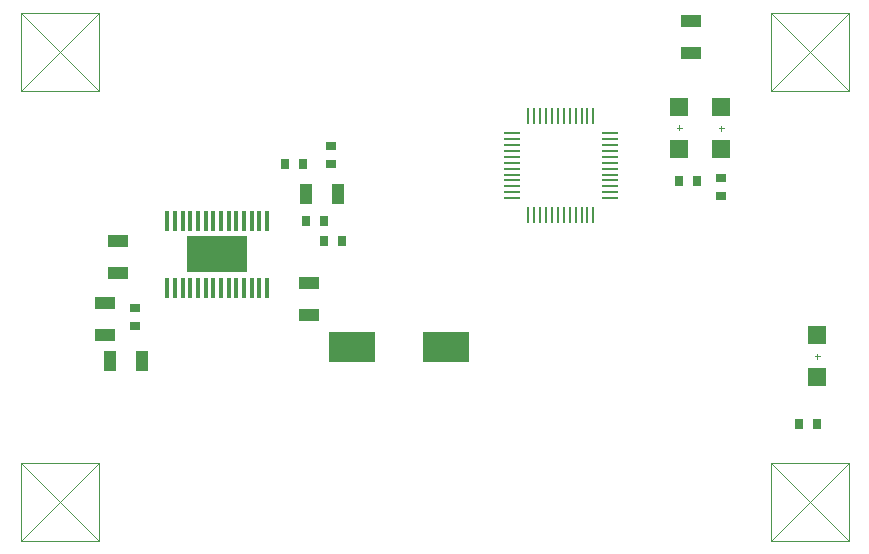
<source format=gtp>
G04*
G04 #@! TF.GenerationSoftware,Altium Limited,Altium Designer,19.1.5 (86)*
G04*
G04 Layer_Color=8421504*
%FSLAX25Y25*%
%MOIN*%
G70*
G01*
G75*
%ADD18C,0.00394*%
%ADD19C,0.00098*%
%ADD20R,0.06693X0.04331*%
%ADD21R,0.02756X0.03543*%
%ADD22R,0.05906X0.05906*%
%ADD23R,0.03543X0.02756*%
%ADD24R,0.20394X0.12205*%
%ADD25R,0.01400X0.06600*%
%ADD26R,0.04331X0.06693*%
%ADD27R,0.01102X0.05787*%
%ADD28R,0.05787X0.01102*%
%ADD29R,0.15748X0.09843*%
G36*
X167622Y207006D02*
Y201691D01*
X171933D01*
Y207006D01*
X167622D01*
D02*
G37*
G36*
X172720D02*
Y201691D01*
X177031D01*
Y207006D01*
X172720D01*
D02*
G37*
G36*
X167622Y213109D02*
Y207794D01*
X171933D01*
Y213109D01*
X167622D01*
D02*
G37*
G36*
X172720D02*
Y207794D01*
X177031D01*
Y213109D01*
X172720D01*
D02*
G37*
G36*
X177819Y207006D02*
Y201691D01*
X182130D01*
Y207006D01*
X177819D01*
D02*
G37*
G36*
X182917D02*
Y201691D01*
X187228D01*
Y207006D01*
X182917D01*
D02*
G37*
G36*
X177819Y213109D02*
Y207794D01*
X182130D01*
Y213109D01*
X177819D01*
D02*
G37*
G36*
X182917D02*
Y207794D01*
X187228D01*
Y213109D01*
X182917D01*
D02*
G37*
D18*
X344713Y249500D02*
X346287D01*
X345500Y248713D02*
Y250287D01*
X330713Y249610D02*
X332287D01*
X331500Y248823D02*
Y250398D01*
X376713Y173500D02*
X378287D01*
X377500Y172713D02*
Y174287D01*
D19*
X125000Y275000D02*
X137992Y262008D01*
X112008D02*
X125000Y275000D01*
Y275000D02*
X137992Y287992D01*
X112008Y262008D02*
X137992D01*
X137992Y262008D02*
Y287992D01*
X112008Y287992D02*
X137992D01*
X112008Y262008D02*
Y287992D01*
Y287992D02*
X125000Y275000D01*
X375000Y275000D02*
X387992Y262008D01*
X362008D02*
X375000Y275000D01*
Y275000D02*
X387992Y287992D01*
X362008Y262008D02*
X387992D01*
X387992Y262008D02*
Y287992D01*
X362008Y287992D02*
X387992D01*
X362008Y262008D02*
Y287992D01*
Y287992D02*
X375000Y275000D01*
X375000Y125000D02*
X387992Y112008D01*
X362008D02*
X375000Y125000D01*
Y125000D02*
X387992Y137992D01*
X362008Y112008D02*
X387992D01*
X387992Y112008D02*
Y137992D01*
X362008Y137992D02*
X387992D01*
X362008Y112008D02*
Y137992D01*
Y137992D02*
X375000Y125000D01*
X125000Y125000D02*
X137992Y112008D01*
X112008D02*
X125000Y125000D01*
Y125000D02*
X137992Y137992D01*
X112008Y112008D02*
X137992D01*
X137992Y112008D02*
Y137992D01*
X112008Y137992D02*
X137992D01*
X112008Y112008D02*
Y137992D01*
Y137992D02*
X125000Y125000D01*
D20*
X335500Y274685D02*
D03*
Y285315D02*
D03*
X208000Y197815D02*
D03*
Y187185D02*
D03*
X144500Y201185D02*
D03*
Y211815D02*
D03*
X140000Y191315D02*
D03*
Y180685D02*
D03*
D21*
X371547Y151000D02*
D03*
X377453D02*
D03*
X337405Y232000D02*
D03*
X331500D02*
D03*
X205953Y237500D02*
D03*
X200047D02*
D03*
X213047Y212000D02*
D03*
X218953D02*
D03*
X207047Y218500D02*
D03*
X212953D02*
D03*
D22*
X345500Y256390D02*
D03*
Y242610D02*
D03*
X331500Y256500D02*
D03*
Y242721D02*
D03*
X377500Y180390D02*
D03*
Y166610D02*
D03*
D23*
X345500Y227047D02*
D03*
Y232953D02*
D03*
X215500Y237547D02*
D03*
Y243453D02*
D03*
X150000Y183547D02*
D03*
Y189453D02*
D03*
D24*
X177425Y207400D02*
D03*
D25*
X160791Y218500D02*
D03*
X163350D02*
D03*
X165909D02*
D03*
X168468D02*
D03*
X171027D02*
D03*
X173586D02*
D03*
X176145D02*
D03*
X178705D02*
D03*
X181264D02*
D03*
X183823D02*
D03*
X186382D02*
D03*
X188941D02*
D03*
X191500D02*
D03*
X194059D02*
D03*
Y196300D02*
D03*
X191500D02*
D03*
X188941D02*
D03*
X186382D02*
D03*
X183823D02*
D03*
X181264D02*
D03*
X178705D02*
D03*
X176145D02*
D03*
X173586D02*
D03*
X171027D02*
D03*
X168468D02*
D03*
X165909D02*
D03*
X163350D02*
D03*
X160791D02*
D03*
D26*
X217815Y227500D02*
D03*
X207185D02*
D03*
X141685Y172000D02*
D03*
X152315D02*
D03*
D27*
X302827Y220583D02*
D03*
X300858D02*
D03*
X298890Y220583D02*
D03*
X296921D02*
D03*
X294953D02*
D03*
X292984Y220583D02*
D03*
X291016D02*
D03*
X289047Y220583D02*
D03*
X287079D02*
D03*
X285110D02*
D03*
X283142Y220583D02*
D03*
X281173D02*
D03*
Y253417D02*
D03*
X283142D02*
D03*
X285110D02*
D03*
X287079D02*
D03*
X289047D02*
D03*
X291016D02*
D03*
X292984D02*
D03*
X294953Y253417D02*
D03*
X296921D02*
D03*
X298890Y253417D02*
D03*
X300858D02*
D03*
X302827D02*
D03*
D28*
X275583Y226173D02*
D03*
Y228142D02*
D03*
Y230110D02*
D03*
Y232079D02*
D03*
Y234047D02*
D03*
Y236016D02*
D03*
Y237984D02*
D03*
Y239953D02*
D03*
Y241921D02*
D03*
Y243890D02*
D03*
Y245858D02*
D03*
Y247827D02*
D03*
X308417D02*
D03*
Y245858D02*
D03*
Y243890D02*
D03*
Y241921D02*
D03*
Y239953D02*
D03*
Y237984D02*
D03*
Y236016D02*
D03*
X308417Y234047D02*
D03*
X308417Y232079D02*
D03*
Y230110D02*
D03*
Y228142D02*
D03*
Y226173D02*
D03*
D29*
X222252Y176500D02*
D03*
X253748D02*
D03*
M02*

</source>
